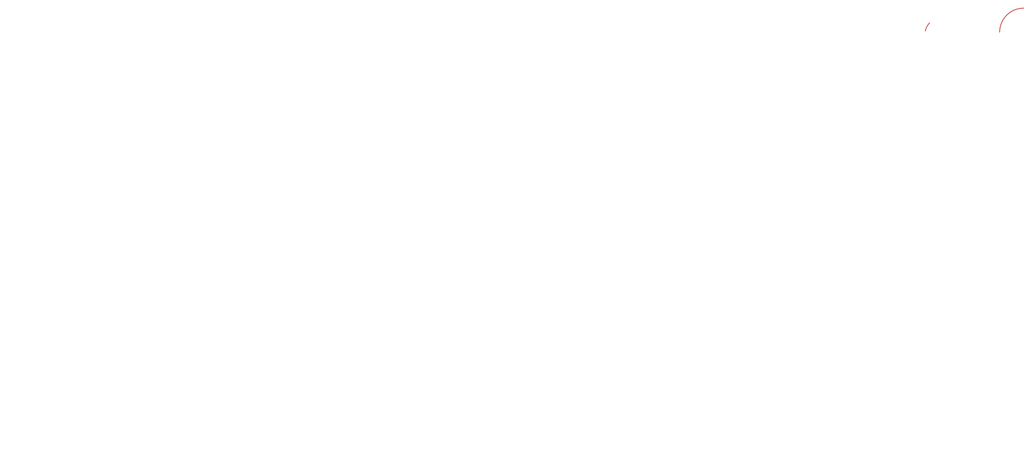
<source format=kicad_pcb>
(kicad_pcb (version 20240108) (generator "pcbnew") (generator_version "8.0")
  (title_block (date "2024-04-13") (rev "${REVISION}") (company "${COMPANY}"))
  (layers (0 "F.Cu" signal "L1 (Sig, PWR)") (1 "In1.Cu" power "L2 (GND)") (2 "In2.Cu" signal "L3 (Sig, PWR)") (3 "In3.Cu" signal "L4 (Sig, PWR)") (4 "In4.Cu" power "L5 (GND)") (31 "B.Cu" signal "L6 (Sig, PWR)") (34 "B.Paste" user) (35 "F.Paste" user) (36 "B.SilkS" user "B.Silkscreen") (37 "F.SilkS" user "F.Silkscreen") (38 "B.Mask" user) (39 "F.Mask" user) (44 "Edge.Cuts" user))
  (property "ASSEMBLY_NOTES" "ASSEMBLY NOTES")
  (property "BOARD_NAME" "Board Name")
  (property "COMPANY" "Company")
  (property "DESIGNER" "Author")
  (property "FABRICATION_NOTES" "FABRICATION NOTES")
  (property "GIT_HASH_PCB" "")
  (property "GIT_HASH_SCH" "")
  (property "GIT_URL" "")
  (property "PROJECT_NAME" "Project Name")
  (property "RELEASE_BODY_1.0.0" "")
  (property "RELEASE_BODY_1.0.1" "")
  (property "RELEASE_BODY_1.0.2" "")
  (property "RELEASE_BODY_1.1.0" "")
  (property "RELEASE_BODY_UNRELEASED" "")
  (property "RELEASE_DATE" "DD-MMM-YYYY")
  (property "RELEASE_DATE_NUM" "YYYY-MM-DD")
  (property "RELEASE_TITLE_1.0.0" "")
  (property "RELEASE_TITLE_1.0.1" "")
  (property "RELEASE_TITLE_1.0.2" "")
  (property "RELEASE_TITLE_1.1.0" "")
  (property "RELEASE_TITLE_UNRELEASED" "")
  (property "REVISION" "")
  (property "SHEET_NAME_1" "Cover Page")
  (property "SHEET_NAME_10" "......................................")
  (property "SHEET_NAME_11" "......................................")
  (property "SHEET_NAME_12" "......................................")
  (property "SHEET_NAME_13" "......................................")
  (property "SHEET_NAME_14" "......................................")
  (property "SHEET_NAME_15" "......................................")
  (property "SHEET_NAME_16" "......................................")
  (property "SHEET_NAME_17" "......................................")
  (property "SHEET_NAME_18" "......................................")
  (property "SHEET_NAME_19" "......................................")
  (property "SHEET_NAME_2" "Block Diagram")
  (property "SHEET_NAME_20" "......................................")
  (property "SHEET_NAME_21" "......................................")
  (property "SHEET_NAME_22" "......................................")
  (property "SHEET_NAME_23" "......................................")
  (property "SHEET_NAME_24" "......................................")
  (property "SHEET_NAME_25" "......................................")
  (property "SHEET_NAME_26" "......................................")
  (property "SHEET_NAME_27" "......................................")
  (property "SHEET_NAME_28" "......................................")
  (property "SHEET_NAME_29" "......................................")
  (property "SHEET_NAME_3" "Project Architecture")
  (property "SHEET_NAME_30" "......................................")
  (property "SHEET_NAME_31" "......................................")
  (property "SHEET_NAME_32" "......................................")
  (property "SHEET_NAME_33" "......................................")
  (property "SHEET_NAME_34" "......................................")
  (property "SHEET_NAME_35" "......................................")
  (property "SHEET_NAME_36" "......................................")
  (property "SHEET_NAME_37" "......................................")
  (property "SHEET_NAME_38" "......................................")
  (property "SHEET_NAME_39" "......................................")
  (property "SHEET_NAME_4" "Section A - Title A")
  (property "SHEET_NAME_40" "......................................")
  (property "SHEET_NAME_5" "Section B -Title B")
  (property "SHEET_NAME_6" "Power - Sequencing")
  (property "SHEET_NAME_7" "Revision History")
  (property "SHEET_NAME_8" "......................................")
  (property "SHEET_NAME_9" "......................................")
  (property "VARIANT" "")
  (net 0 "")
  (gr_arc (start 287 29) (mid 288.903806 24.403806) (end 293.5 22.5) (stroke (width 0.2)) (layer "F.Cu"))
  (gr_arc (start 266.830027 28.71813) (mid 267.247381 27.520646) (end 268 26.5) (stroke (width 0.2)) (layer "F.Cu"))
)
</source>
